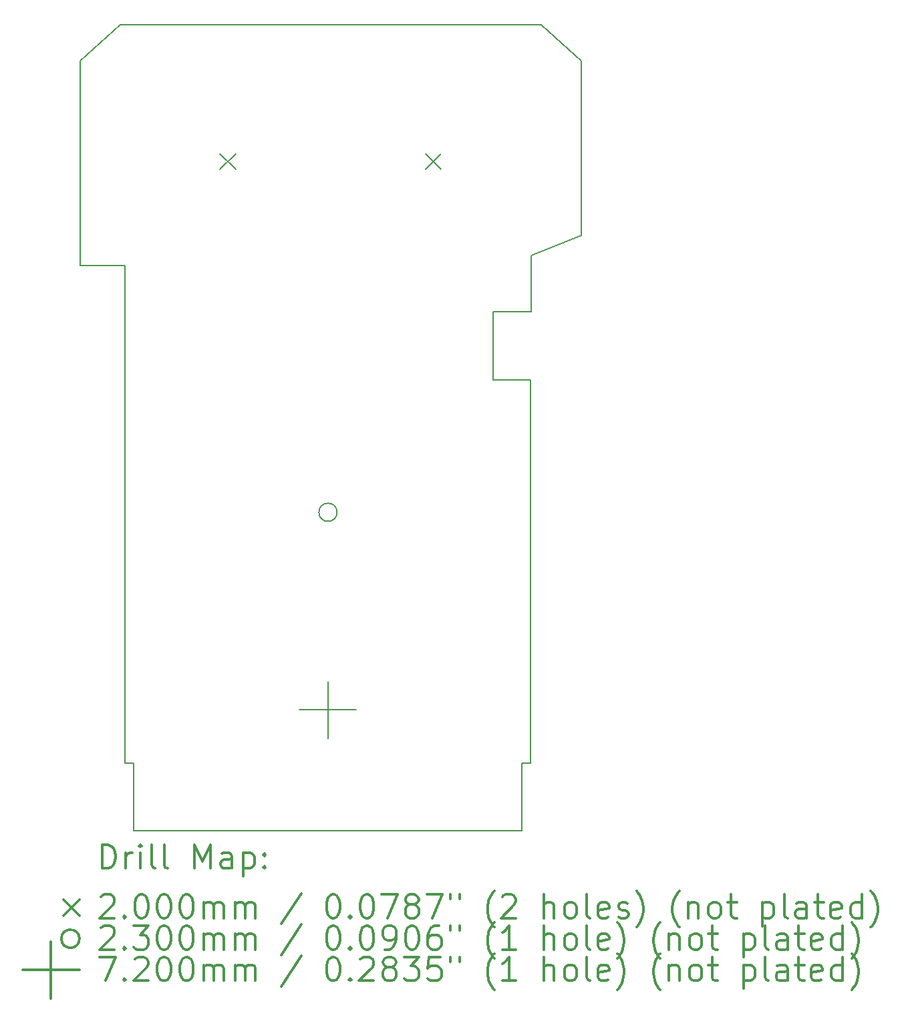
<source format=gbr>
%FSLAX45Y45*%
G04 Gerber Fmt 4.5, Leading zero omitted, Abs format (unit mm)*
G04 Created by KiCad (PCBNEW (5.1.12)-1) date 2023-02-12 18:55:20*
%MOMM*%
%LPD*%
G01*
G04 APERTURE LIST*
%TA.AperFunction,Profile*%
%ADD10C,0.150000*%
%TD*%
%ADD11C,0.200000*%
%ADD12C,0.300000*%
G04 APERTURE END LIST*
D10*
X12090400Y-4292600D02*
X12570000Y-4292600D01*
X12090400Y-3429000D02*
X12090400Y-4292600D01*
X12573000Y-3429000D02*
X12090400Y-3429000D01*
X12573000Y-3429000D02*
X12573000Y-2717800D01*
X7366000Y203200D02*
X6858000Y-254000D01*
X12700000Y203200D02*
X7366000Y203200D01*
X6858000Y-2844800D02*
X7430000Y-2844800D01*
X6858000Y-2463800D02*
X6858000Y-2844800D01*
X6858000Y-254000D02*
X6858000Y-2463800D01*
X13208000Y-254000D02*
X12700000Y203200D01*
X13208000Y-2463800D02*
X13208000Y-254000D01*
X12573000Y-2717800D02*
X13208000Y-2463800D01*
X7430000Y-9140000D02*
X7430000Y-2844800D01*
X7540000Y-9140000D02*
X7430000Y-9140000D01*
X7540000Y-10000000D02*
X7540000Y-9140000D01*
X12570000Y-9140000D02*
X12570000Y-4292600D01*
X12460000Y-9140000D02*
X12570000Y-9140000D01*
X12460000Y-10000000D02*
X12460000Y-9140000D01*
X7540000Y-10000000D02*
X12460000Y-10000000D01*
D11*
X8633000Y-1425800D02*
X8833000Y-1625800D01*
X8833000Y-1425800D02*
X8633000Y-1625800D01*
X11233000Y-1425800D02*
X11433000Y-1625800D01*
X11433000Y-1425800D02*
X11233000Y-1625800D01*
X10115000Y-5965000D02*
G75*
G03*
X10115000Y-5965000I-115000J0D01*
G01*
X10000000Y-8105000D02*
X10000000Y-8825000D01*
X9640000Y-8465000D02*
X10360000Y-8465000D01*
D12*
X7136928Y-10473214D02*
X7136928Y-10173214D01*
X7208357Y-10173214D01*
X7251214Y-10187500D01*
X7279786Y-10216072D01*
X7294071Y-10244643D01*
X7308357Y-10301786D01*
X7308357Y-10344643D01*
X7294071Y-10401786D01*
X7279786Y-10430357D01*
X7251214Y-10458929D01*
X7208357Y-10473214D01*
X7136928Y-10473214D01*
X7436928Y-10473214D02*
X7436928Y-10273214D01*
X7436928Y-10330357D02*
X7451214Y-10301786D01*
X7465500Y-10287500D01*
X7494071Y-10273214D01*
X7522643Y-10273214D01*
X7622643Y-10473214D02*
X7622643Y-10273214D01*
X7622643Y-10173214D02*
X7608357Y-10187500D01*
X7622643Y-10201786D01*
X7636928Y-10187500D01*
X7622643Y-10173214D01*
X7622643Y-10201786D01*
X7808357Y-10473214D02*
X7779786Y-10458929D01*
X7765500Y-10430357D01*
X7765500Y-10173214D01*
X7965500Y-10473214D02*
X7936928Y-10458929D01*
X7922643Y-10430357D01*
X7922643Y-10173214D01*
X8308357Y-10473214D02*
X8308357Y-10173214D01*
X8408357Y-10387500D01*
X8508357Y-10173214D01*
X8508357Y-10473214D01*
X8779786Y-10473214D02*
X8779786Y-10316072D01*
X8765500Y-10287500D01*
X8736928Y-10273214D01*
X8679786Y-10273214D01*
X8651214Y-10287500D01*
X8779786Y-10458929D02*
X8751214Y-10473214D01*
X8679786Y-10473214D01*
X8651214Y-10458929D01*
X8636928Y-10430357D01*
X8636928Y-10401786D01*
X8651214Y-10373214D01*
X8679786Y-10358929D01*
X8751214Y-10358929D01*
X8779786Y-10344643D01*
X8922643Y-10273214D02*
X8922643Y-10573214D01*
X8922643Y-10287500D02*
X8951214Y-10273214D01*
X9008357Y-10273214D01*
X9036928Y-10287500D01*
X9051214Y-10301786D01*
X9065500Y-10330357D01*
X9065500Y-10416072D01*
X9051214Y-10444643D01*
X9036928Y-10458929D01*
X9008357Y-10473214D01*
X8951214Y-10473214D01*
X8922643Y-10458929D01*
X9194071Y-10444643D02*
X9208357Y-10458929D01*
X9194071Y-10473214D01*
X9179786Y-10458929D01*
X9194071Y-10444643D01*
X9194071Y-10473214D01*
X9194071Y-10287500D02*
X9208357Y-10301786D01*
X9194071Y-10316072D01*
X9179786Y-10301786D01*
X9194071Y-10287500D01*
X9194071Y-10316072D01*
X6650500Y-10867500D02*
X6850500Y-11067500D01*
X6850500Y-10867500D02*
X6650500Y-11067500D01*
X7122643Y-10831786D02*
X7136928Y-10817500D01*
X7165500Y-10803214D01*
X7236928Y-10803214D01*
X7265500Y-10817500D01*
X7279786Y-10831786D01*
X7294071Y-10860357D01*
X7294071Y-10888929D01*
X7279786Y-10931786D01*
X7108357Y-11103214D01*
X7294071Y-11103214D01*
X7422643Y-11074643D02*
X7436928Y-11088929D01*
X7422643Y-11103214D01*
X7408357Y-11088929D01*
X7422643Y-11074643D01*
X7422643Y-11103214D01*
X7622643Y-10803214D02*
X7651214Y-10803214D01*
X7679786Y-10817500D01*
X7694071Y-10831786D01*
X7708357Y-10860357D01*
X7722643Y-10917500D01*
X7722643Y-10988929D01*
X7708357Y-11046072D01*
X7694071Y-11074643D01*
X7679786Y-11088929D01*
X7651214Y-11103214D01*
X7622643Y-11103214D01*
X7594071Y-11088929D01*
X7579786Y-11074643D01*
X7565500Y-11046072D01*
X7551214Y-10988929D01*
X7551214Y-10917500D01*
X7565500Y-10860357D01*
X7579786Y-10831786D01*
X7594071Y-10817500D01*
X7622643Y-10803214D01*
X7908357Y-10803214D02*
X7936928Y-10803214D01*
X7965500Y-10817500D01*
X7979786Y-10831786D01*
X7994071Y-10860357D01*
X8008357Y-10917500D01*
X8008357Y-10988929D01*
X7994071Y-11046072D01*
X7979786Y-11074643D01*
X7965500Y-11088929D01*
X7936928Y-11103214D01*
X7908357Y-11103214D01*
X7879786Y-11088929D01*
X7865500Y-11074643D01*
X7851214Y-11046072D01*
X7836928Y-10988929D01*
X7836928Y-10917500D01*
X7851214Y-10860357D01*
X7865500Y-10831786D01*
X7879786Y-10817500D01*
X7908357Y-10803214D01*
X8194071Y-10803214D02*
X8222643Y-10803214D01*
X8251214Y-10817500D01*
X8265500Y-10831786D01*
X8279786Y-10860357D01*
X8294071Y-10917500D01*
X8294071Y-10988929D01*
X8279786Y-11046072D01*
X8265500Y-11074643D01*
X8251214Y-11088929D01*
X8222643Y-11103214D01*
X8194071Y-11103214D01*
X8165500Y-11088929D01*
X8151214Y-11074643D01*
X8136928Y-11046072D01*
X8122643Y-10988929D01*
X8122643Y-10917500D01*
X8136928Y-10860357D01*
X8151214Y-10831786D01*
X8165500Y-10817500D01*
X8194071Y-10803214D01*
X8422643Y-11103214D02*
X8422643Y-10903214D01*
X8422643Y-10931786D02*
X8436928Y-10917500D01*
X8465500Y-10903214D01*
X8508357Y-10903214D01*
X8536928Y-10917500D01*
X8551214Y-10946072D01*
X8551214Y-11103214D01*
X8551214Y-10946072D02*
X8565500Y-10917500D01*
X8594071Y-10903214D01*
X8636928Y-10903214D01*
X8665500Y-10917500D01*
X8679786Y-10946072D01*
X8679786Y-11103214D01*
X8822643Y-11103214D02*
X8822643Y-10903214D01*
X8822643Y-10931786D02*
X8836928Y-10917500D01*
X8865500Y-10903214D01*
X8908357Y-10903214D01*
X8936928Y-10917500D01*
X8951214Y-10946072D01*
X8951214Y-11103214D01*
X8951214Y-10946072D02*
X8965500Y-10917500D01*
X8994071Y-10903214D01*
X9036928Y-10903214D01*
X9065500Y-10917500D01*
X9079786Y-10946072D01*
X9079786Y-11103214D01*
X9665500Y-10788929D02*
X9408357Y-11174643D01*
X10051214Y-10803214D02*
X10079786Y-10803214D01*
X10108357Y-10817500D01*
X10122643Y-10831786D01*
X10136928Y-10860357D01*
X10151214Y-10917500D01*
X10151214Y-10988929D01*
X10136928Y-11046072D01*
X10122643Y-11074643D01*
X10108357Y-11088929D01*
X10079786Y-11103214D01*
X10051214Y-11103214D01*
X10022643Y-11088929D01*
X10008357Y-11074643D01*
X9994071Y-11046072D01*
X9979786Y-10988929D01*
X9979786Y-10917500D01*
X9994071Y-10860357D01*
X10008357Y-10831786D01*
X10022643Y-10817500D01*
X10051214Y-10803214D01*
X10279786Y-11074643D02*
X10294071Y-11088929D01*
X10279786Y-11103214D01*
X10265500Y-11088929D01*
X10279786Y-11074643D01*
X10279786Y-11103214D01*
X10479786Y-10803214D02*
X10508357Y-10803214D01*
X10536928Y-10817500D01*
X10551214Y-10831786D01*
X10565500Y-10860357D01*
X10579786Y-10917500D01*
X10579786Y-10988929D01*
X10565500Y-11046072D01*
X10551214Y-11074643D01*
X10536928Y-11088929D01*
X10508357Y-11103214D01*
X10479786Y-11103214D01*
X10451214Y-11088929D01*
X10436928Y-11074643D01*
X10422643Y-11046072D01*
X10408357Y-10988929D01*
X10408357Y-10917500D01*
X10422643Y-10860357D01*
X10436928Y-10831786D01*
X10451214Y-10817500D01*
X10479786Y-10803214D01*
X10679786Y-10803214D02*
X10879786Y-10803214D01*
X10751214Y-11103214D01*
X11036928Y-10931786D02*
X11008357Y-10917500D01*
X10994071Y-10903214D01*
X10979786Y-10874643D01*
X10979786Y-10860357D01*
X10994071Y-10831786D01*
X11008357Y-10817500D01*
X11036928Y-10803214D01*
X11094071Y-10803214D01*
X11122643Y-10817500D01*
X11136928Y-10831786D01*
X11151214Y-10860357D01*
X11151214Y-10874643D01*
X11136928Y-10903214D01*
X11122643Y-10917500D01*
X11094071Y-10931786D01*
X11036928Y-10931786D01*
X11008357Y-10946072D01*
X10994071Y-10960357D01*
X10979786Y-10988929D01*
X10979786Y-11046072D01*
X10994071Y-11074643D01*
X11008357Y-11088929D01*
X11036928Y-11103214D01*
X11094071Y-11103214D01*
X11122643Y-11088929D01*
X11136928Y-11074643D01*
X11151214Y-11046072D01*
X11151214Y-10988929D01*
X11136928Y-10960357D01*
X11122643Y-10946072D01*
X11094071Y-10931786D01*
X11251214Y-10803214D02*
X11451214Y-10803214D01*
X11322643Y-11103214D01*
X11551214Y-10803214D02*
X11551214Y-10860357D01*
X11665500Y-10803214D02*
X11665500Y-10860357D01*
X12108357Y-11217500D02*
X12094071Y-11203214D01*
X12065500Y-11160357D01*
X12051214Y-11131786D01*
X12036928Y-11088929D01*
X12022643Y-11017500D01*
X12022643Y-10960357D01*
X12036928Y-10888929D01*
X12051214Y-10846072D01*
X12065500Y-10817500D01*
X12094071Y-10774643D01*
X12108357Y-10760357D01*
X12208357Y-10831786D02*
X12222643Y-10817500D01*
X12251214Y-10803214D01*
X12322643Y-10803214D01*
X12351214Y-10817500D01*
X12365500Y-10831786D01*
X12379786Y-10860357D01*
X12379786Y-10888929D01*
X12365500Y-10931786D01*
X12194071Y-11103214D01*
X12379786Y-11103214D01*
X12736928Y-11103214D02*
X12736928Y-10803214D01*
X12865500Y-11103214D02*
X12865500Y-10946072D01*
X12851214Y-10917500D01*
X12822643Y-10903214D01*
X12779786Y-10903214D01*
X12751214Y-10917500D01*
X12736928Y-10931786D01*
X13051214Y-11103214D02*
X13022643Y-11088929D01*
X13008357Y-11074643D01*
X12994071Y-11046072D01*
X12994071Y-10960357D01*
X13008357Y-10931786D01*
X13022643Y-10917500D01*
X13051214Y-10903214D01*
X13094071Y-10903214D01*
X13122643Y-10917500D01*
X13136928Y-10931786D01*
X13151214Y-10960357D01*
X13151214Y-11046072D01*
X13136928Y-11074643D01*
X13122643Y-11088929D01*
X13094071Y-11103214D01*
X13051214Y-11103214D01*
X13322643Y-11103214D02*
X13294071Y-11088929D01*
X13279786Y-11060357D01*
X13279786Y-10803214D01*
X13551214Y-11088929D02*
X13522643Y-11103214D01*
X13465500Y-11103214D01*
X13436928Y-11088929D01*
X13422643Y-11060357D01*
X13422643Y-10946072D01*
X13436928Y-10917500D01*
X13465500Y-10903214D01*
X13522643Y-10903214D01*
X13551214Y-10917500D01*
X13565500Y-10946072D01*
X13565500Y-10974643D01*
X13422643Y-11003214D01*
X13679786Y-11088929D02*
X13708357Y-11103214D01*
X13765500Y-11103214D01*
X13794071Y-11088929D01*
X13808357Y-11060357D01*
X13808357Y-11046072D01*
X13794071Y-11017500D01*
X13765500Y-11003214D01*
X13722643Y-11003214D01*
X13694071Y-10988929D01*
X13679786Y-10960357D01*
X13679786Y-10946072D01*
X13694071Y-10917500D01*
X13722643Y-10903214D01*
X13765500Y-10903214D01*
X13794071Y-10917500D01*
X13908357Y-11217500D02*
X13922643Y-11203214D01*
X13951214Y-11160357D01*
X13965500Y-11131786D01*
X13979786Y-11088929D01*
X13994071Y-11017500D01*
X13994071Y-10960357D01*
X13979786Y-10888929D01*
X13965500Y-10846072D01*
X13951214Y-10817500D01*
X13922643Y-10774643D01*
X13908357Y-10760357D01*
X14451214Y-11217500D02*
X14436928Y-11203214D01*
X14408357Y-11160357D01*
X14394071Y-11131786D01*
X14379786Y-11088929D01*
X14365500Y-11017500D01*
X14365500Y-10960357D01*
X14379786Y-10888929D01*
X14394071Y-10846072D01*
X14408357Y-10817500D01*
X14436928Y-10774643D01*
X14451214Y-10760357D01*
X14565500Y-10903214D02*
X14565500Y-11103214D01*
X14565500Y-10931786D02*
X14579786Y-10917500D01*
X14608357Y-10903214D01*
X14651214Y-10903214D01*
X14679786Y-10917500D01*
X14694071Y-10946072D01*
X14694071Y-11103214D01*
X14879786Y-11103214D02*
X14851214Y-11088929D01*
X14836928Y-11074643D01*
X14822643Y-11046072D01*
X14822643Y-10960357D01*
X14836928Y-10931786D01*
X14851214Y-10917500D01*
X14879786Y-10903214D01*
X14922643Y-10903214D01*
X14951214Y-10917500D01*
X14965500Y-10931786D01*
X14979786Y-10960357D01*
X14979786Y-11046072D01*
X14965500Y-11074643D01*
X14951214Y-11088929D01*
X14922643Y-11103214D01*
X14879786Y-11103214D01*
X15065500Y-10903214D02*
X15179786Y-10903214D01*
X15108357Y-10803214D02*
X15108357Y-11060357D01*
X15122643Y-11088929D01*
X15151214Y-11103214D01*
X15179786Y-11103214D01*
X15508357Y-10903214D02*
X15508357Y-11203214D01*
X15508357Y-10917500D02*
X15536928Y-10903214D01*
X15594071Y-10903214D01*
X15622643Y-10917500D01*
X15636928Y-10931786D01*
X15651214Y-10960357D01*
X15651214Y-11046072D01*
X15636928Y-11074643D01*
X15622643Y-11088929D01*
X15594071Y-11103214D01*
X15536928Y-11103214D01*
X15508357Y-11088929D01*
X15822643Y-11103214D02*
X15794071Y-11088929D01*
X15779786Y-11060357D01*
X15779786Y-10803214D01*
X16065500Y-11103214D02*
X16065500Y-10946072D01*
X16051214Y-10917500D01*
X16022643Y-10903214D01*
X15965500Y-10903214D01*
X15936928Y-10917500D01*
X16065500Y-11088929D02*
X16036928Y-11103214D01*
X15965500Y-11103214D01*
X15936928Y-11088929D01*
X15922643Y-11060357D01*
X15922643Y-11031786D01*
X15936928Y-11003214D01*
X15965500Y-10988929D01*
X16036928Y-10988929D01*
X16065500Y-10974643D01*
X16165500Y-10903214D02*
X16279786Y-10903214D01*
X16208357Y-10803214D02*
X16208357Y-11060357D01*
X16222643Y-11088929D01*
X16251214Y-11103214D01*
X16279786Y-11103214D01*
X16494071Y-11088929D02*
X16465500Y-11103214D01*
X16408357Y-11103214D01*
X16379786Y-11088929D01*
X16365500Y-11060357D01*
X16365500Y-10946072D01*
X16379786Y-10917500D01*
X16408357Y-10903214D01*
X16465500Y-10903214D01*
X16494071Y-10917500D01*
X16508357Y-10946072D01*
X16508357Y-10974643D01*
X16365500Y-11003214D01*
X16765500Y-11103214D02*
X16765500Y-10803214D01*
X16765500Y-11088929D02*
X16736928Y-11103214D01*
X16679786Y-11103214D01*
X16651214Y-11088929D01*
X16636928Y-11074643D01*
X16622643Y-11046072D01*
X16622643Y-10960357D01*
X16636928Y-10931786D01*
X16651214Y-10917500D01*
X16679786Y-10903214D01*
X16736928Y-10903214D01*
X16765500Y-10917500D01*
X16879786Y-11217500D02*
X16894071Y-11203214D01*
X16922643Y-11160357D01*
X16936928Y-11131786D01*
X16951214Y-11088929D01*
X16965500Y-11017500D01*
X16965500Y-10960357D01*
X16951214Y-10888929D01*
X16936928Y-10846072D01*
X16922643Y-10817500D01*
X16894071Y-10774643D01*
X16879786Y-10760357D01*
X6850500Y-11363500D02*
G75*
G03*
X6850500Y-11363500I-115000J0D01*
G01*
X7122643Y-11227786D02*
X7136928Y-11213500D01*
X7165500Y-11199214D01*
X7236928Y-11199214D01*
X7265500Y-11213500D01*
X7279786Y-11227786D01*
X7294071Y-11256357D01*
X7294071Y-11284929D01*
X7279786Y-11327786D01*
X7108357Y-11499214D01*
X7294071Y-11499214D01*
X7422643Y-11470643D02*
X7436928Y-11484929D01*
X7422643Y-11499214D01*
X7408357Y-11484929D01*
X7422643Y-11470643D01*
X7422643Y-11499214D01*
X7536928Y-11199214D02*
X7722643Y-11199214D01*
X7622643Y-11313500D01*
X7665500Y-11313500D01*
X7694071Y-11327786D01*
X7708357Y-11342071D01*
X7722643Y-11370643D01*
X7722643Y-11442071D01*
X7708357Y-11470643D01*
X7694071Y-11484929D01*
X7665500Y-11499214D01*
X7579786Y-11499214D01*
X7551214Y-11484929D01*
X7536928Y-11470643D01*
X7908357Y-11199214D02*
X7936928Y-11199214D01*
X7965500Y-11213500D01*
X7979786Y-11227786D01*
X7994071Y-11256357D01*
X8008357Y-11313500D01*
X8008357Y-11384929D01*
X7994071Y-11442071D01*
X7979786Y-11470643D01*
X7965500Y-11484929D01*
X7936928Y-11499214D01*
X7908357Y-11499214D01*
X7879786Y-11484929D01*
X7865500Y-11470643D01*
X7851214Y-11442071D01*
X7836928Y-11384929D01*
X7836928Y-11313500D01*
X7851214Y-11256357D01*
X7865500Y-11227786D01*
X7879786Y-11213500D01*
X7908357Y-11199214D01*
X8194071Y-11199214D02*
X8222643Y-11199214D01*
X8251214Y-11213500D01*
X8265500Y-11227786D01*
X8279786Y-11256357D01*
X8294071Y-11313500D01*
X8294071Y-11384929D01*
X8279786Y-11442071D01*
X8265500Y-11470643D01*
X8251214Y-11484929D01*
X8222643Y-11499214D01*
X8194071Y-11499214D01*
X8165500Y-11484929D01*
X8151214Y-11470643D01*
X8136928Y-11442071D01*
X8122643Y-11384929D01*
X8122643Y-11313500D01*
X8136928Y-11256357D01*
X8151214Y-11227786D01*
X8165500Y-11213500D01*
X8194071Y-11199214D01*
X8422643Y-11499214D02*
X8422643Y-11299214D01*
X8422643Y-11327786D02*
X8436928Y-11313500D01*
X8465500Y-11299214D01*
X8508357Y-11299214D01*
X8536928Y-11313500D01*
X8551214Y-11342071D01*
X8551214Y-11499214D01*
X8551214Y-11342071D02*
X8565500Y-11313500D01*
X8594071Y-11299214D01*
X8636928Y-11299214D01*
X8665500Y-11313500D01*
X8679786Y-11342071D01*
X8679786Y-11499214D01*
X8822643Y-11499214D02*
X8822643Y-11299214D01*
X8822643Y-11327786D02*
X8836928Y-11313500D01*
X8865500Y-11299214D01*
X8908357Y-11299214D01*
X8936928Y-11313500D01*
X8951214Y-11342071D01*
X8951214Y-11499214D01*
X8951214Y-11342071D02*
X8965500Y-11313500D01*
X8994071Y-11299214D01*
X9036928Y-11299214D01*
X9065500Y-11313500D01*
X9079786Y-11342071D01*
X9079786Y-11499214D01*
X9665500Y-11184929D02*
X9408357Y-11570643D01*
X10051214Y-11199214D02*
X10079786Y-11199214D01*
X10108357Y-11213500D01*
X10122643Y-11227786D01*
X10136928Y-11256357D01*
X10151214Y-11313500D01*
X10151214Y-11384929D01*
X10136928Y-11442071D01*
X10122643Y-11470643D01*
X10108357Y-11484929D01*
X10079786Y-11499214D01*
X10051214Y-11499214D01*
X10022643Y-11484929D01*
X10008357Y-11470643D01*
X9994071Y-11442071D01*
X9979786Y-11384929D01*
X9979786Y-11313500D01*
X9994071Y-11256357D01*
X10008357Y-11227786D01*
X10022643Y-11213500D01*
X10051214Y-11199214D01*
X10279786Y-11470643D02*
X10294071Y-11484929D01*
X10279786Y-11499214D01*
X10265500Y-11484929D01*
X10279786Y-11470643D01*
X10279786Y-11499214D01*
X10479786Y-11199214D02*
X10508357Y-11199214D01*
X10536928Y-11213500D01*
X10551214Y-11227786D01*
X10565500Y-11256357D01*
X10579786Y-11313500D01*
X10579786Y-11384929D01*
X10565500Y-11442071D01*
X10551214Y-11470643D01*
X10536928Y-11484929D01*
X10508357Y-11499214D01*
X10479786Y-11499214D01*
X10451214Y-11484929D01*
X10436928Y-11470643D01*
X10422643Y-11442071D01*
X10408357Y-11384929D01*
X10408357Y-11313500D01*
X10422643Y-11256357D01*
X10436928Y-11227786D01*
X10451214Y-11213500D01*
X10479786Y-11199214D01*
X10722643Y-11499214D02*
X10779786Y-11499214D01*
X10808357Y-11484929D01*
X10822643Y-11470643D01*
X10851214Y-11427786D01*
X10865500Y-11370643D01*
X10865500Y-11256357D01*
X10851214Y-11227786D01*
X10836928Y-11213500D01*
X10808357Y-11199214D01*
X10751214Y-11199214D01*
X10722643Y-11213500D01*
X10708357Y-11227786D01*
X10694071Y-11256357D01*
X10694071Y-11327786D01*
X10708357Y-11356357D01*
X10722643Y-11370643D01*
X10751214Y-11384929D01*
X10808357Y-11384929D01*
X10836928Y-11370643D01*
X10851214Y-11356357D01*
X10865500Y-11327786D01*
X11051214Y-11199214D02*
X11079786Y-11199214D01*
X11108357Y-11213500D01*
X11122643Y-11227786D01*
X11136928Y-11256357D01*
X11151214Y-11313500D01*
X11151214Y-11384929D01*
X11136928Y-11442071D01*
X11122643Y-11470643D01*
X11108357Y-11484929D01*
X11079786Y-11499214D01*
X11051214Y-11499214D01*
X11022643Y-11484929D01*
X11008357Y-11470643D01*
X10994071Y-11442071D01*
X10979786Y-11384929D01*
X10979786Y-11313500D01*
X10994071Y-11256357D01*
X11008357Y-11227786D01*
X11022643Y-11213500D01*
X11051214Y-11199214D01*
X11408357Y-11199214D02*
X11351214Y-11199214D01*
X11322643Y-11213500D01*
X11308357Y-11227786D01*
X11279786Y-11270643D01*
X11265500Y-11327786D01*
X11265500Y-11442071D01*
X11279786Y-11470643D01*
X11294071Y-11484929D01*
X11322643Y-11499214D01*
X11379786Y-11499214D01*
X11408357Y-11484929D01*
X11422643Y-11470643D01*
X11436928Y-11442071D01*
X11436928Y-11370643D01*
X11422643Y-11342071D01*
X11408357Y-11327786D01*
X11379786Y-11313500D01*
X11322643Y-11313500D01*
X11294071Y-11327786D01*
X11279786Y-11342071D01*
X11265500Y-11370643D01*
X11551214Y-11199214D02*
X11551214Y-11256357D01*
X11665500Y-11199214D02*
X11665500Y-11256357D01*
X12108357Y-11613500D02*
X12094071Y-11599214D01*
X12065500Y-11556357D01*
X12051214Y-11527786D01*
X12036928Y-11484929D01*
X12022643Y-11413500D01*
X12022643Y-11356357D01*
X12036928Y-11284929D01*
X12051214Y-11242071D01*
X12065500Y-11213500D01*
X12094071Y-11170643D01*
X12108357Y-11156357D01*
X12379786Y-11499214D02*
X12208357Y-11499214D01*
X12294071Y-11499214D02*
X12294071Y-11199214D01*
X12265500Y-11242071D01*
X12236928Y-11270643D01*
X12208357Y-11284929D01*
X12736928Y-11499214D02*
X12736928Y-11199214D01*
X12865500Y-11499214D02*
X12865500Y-11342071D01*
X12851214Y-11313500D01*
X12822643Y-11299214D01*
X12779786Y-11299214D01*
X12751214Y-11313500D01*
X12736928Y-11327786D01*
X13051214Y-11499214D02*
X13022643Y-11484929D01*
X13008357Y-11470643D01*
X12994071Y-11442071D01*
X12994071Y-11356357D01*
X13008357Y-11327786D01*
X13022643Y-11313500D01*
X13051214Y-11299214D01*
X13094071Y-11299214D01*
X13122643Y-11313500D01*
X13136928Y-11327786D01*
X13151214Y-11356357D01*
X13151214Y-11442071D01*
X13136928Y-11470643D01*
X13122643Y-11484929D01*
X13094071Y-11499214D01*
X13051214Y-11499214D01*
X13322643Y-11499214D02*
X13294071Y-11484929D01*
X13279786Y-11456357D01*
X13279786Y-11199214D01*
X13551214Y-11484929D02*
X13522643Y-11499214D01*
X13465500Y-11499214D01*
X13436928Y-11484929D01*
X13422643Y-11456357D01*
X13422643Y-11342071D01*
X13436928Y-11313500D01*
X13465500Y-11299214D01*
X13522643Y-11299214D01*
X13551214Y-11313500D01*
X13565500Y-11342071D01*
X13565500Y-11370643D01*
X13422643Y-11399214D01*
X13665500Y-11613500D02*
X13679786Y-11599214D01*
X13708357Y-11556357D01*
X13722643Y-11527786D01*
X13736928Y-11484929D01*
X13751214Y-11413500D01*
X13751214Y-11356357D01*
X13736928Y-11284929D01*
X13722643Y-11242071D01*
X13708357Y-11213500D01*
X13679786Y-11170643D01*
X13665500Y-11156357D01*
X14208357Y-11613500D02*
X14194071Y-11599214D01*
X14165500Y-11556357D01*
X14151214Y-11527786D01*
X14136928Y-11484929D01*
X14122643Y-11413500D01*
X14122643Y-11356357D01*
X14136928Y-11284929D01*
X14151214Y-11242071D01*
X14165500Y-11213500D01*
X14194071Y-11170643D01*
X14208357Y-11156357D01*
X14322643Y-11299214D02*
X14322643Y-11499214D01*
X14322643Y-11327786D02*
X14336928Y-11313500D01*
X14365500Y-11299214D01*
X14408357Y-11299214D01*
X14436928Y-11313500D01*
X14451214Y-11342071D01*
X14451214Y-11499214D01*
X14636928Y-11499214D02*
X14608357Y-11484929D01*
X14594071Y-11470643D01*
X14579786Y-11442071D01*
X14579786Y-11356357D01*
X14594071Y-11327786D01*
X14608357Y-11313500D01*
X14636928Y-11299214D01*
X14679786Y-11299214D01*
X14708357Y-11313500D01*
X14722643Y-11327786D01*
X14736928Y-11356357D01*
X14736928Y-11442071D01*
X14722643Y-11470643D01*
X14708357Y-11484929D01*
X14679786Y-11499214D01*
X14636928Y-11499214D01*
X14822643Y-11299214D02*
X14936928Y-11299214D01*
X14865500Y-11199214D02*
X14865500Y-11456357D01*
X14879786Y-11484929D01*
X14908357Y-11499214D01*
X14936928Y-11499214D01*
X15265500Y-11299214D02*
X15265500Y-11599214D01*
X15265500Y-11313500D02*
X15294071Y-11299214D01*
X15351214Y-11299214D01*
X15379786Y-11313500D01*
X15394071Y-11327786D01*
X15408357Y-11356357D01*
X15408357Y-11442071D01*
X15394071Y-11470643D01*
X15379786Y-11484929D01*
X15351214Y-11499214D01*
X15294071Y-11499214D01*
X15265500Y-11484929D01*
X15579786Y-11499214D02*
X15551214Y-11484929D01*
X15536928Y-11456357D01*
X15536928Y-11199214D01*
X15822643Y-11499214D02*
X15822643Y-11342071D01*
X15808357Y-11313500D01*
X15779786Y-11299214D01*
X15722643Y-11299214D01*
X15694071Y-11313500D01*
X15822643Y-11484929D02*
X15794071Y-11499214D01*
X15722643Y-11499214D01*
X15694071Y-11484929D01*
X15679786Y-11456357D01*
X15679786Y-11427786D01*
X15694071Y-11399214D01*
X15722643Y-11384929D01*
X15794071Y-11384929D01*
X15822643Y-11370643D01*
X15922643Y-11299214D02*
X16036928Y-11299214D01*
X15965500Y-11199214D02*
X15965500Y-11456357D01*
X15979786Y-11484929D01*
X16008357Y-11499214D01*
X16036928Y-11499214D01*
X16251214Y-11484929D02*
X16222643Y-11499214D01*
X16165500Y-11499214D01*
X16136928Y-11484929D01*
X16122643Y-11456357D01*
X16122643Y-11342071D01*
X16136928Y-11313500D01*
X16165500Y-11299214D01*
X16222643Y-11299214D01*
X16251214Y-11313500D01*
X16265500Y-11342071D01*
X16265500Y-11370643D01*
X16122643Y-11399214D01*
X16522643Y-11499214D02*
X16522643Y-11199214D01*
X16522643Y-11484929D02*
X16494071Y-11499214D01*
X16436928Y-11499214D01*
X16408357Y-11484929D01*
X16394071Y-11470643D01*
X16379786Y-11442071D01*
X16379786Y-11356357D01*
X16394071Y-11327786D01*
X16408357Y-11313500D01*
X16436928Y-11299214D01*
X16494071Y-11299214D01*
X16522643Y-11313500D01*
X16636928Y-11613500D02*
X16651214Y-11599214D01*
X16679786Y-11556357D01*
X16694071Y-11527786D01*
X16708357Y-11484929D01*
X16722643Y-11413500D01*
X16722643Y-11356357D01*
X16708357Y-11284929D01*
X16694071Y-11242071D01*
X16679786Y-11213500D01*
X16651214Y-11170643D01*
X16636928Y-11156357D01*
X6490500Y-11399500D02*
X6490500Y-12119500D01*
X6130500Y-11759500D02*
X6850500Y-11759500D01*
X7108357Y-11595214D02*
X7308357Y-11595214D01*
X7179786Y-11895214D01*
X7422643Y-11866643D02*
X7436928Y-11880929D01*
X7422643Y-11895214D01*
X7408357Y-11880929D01*
X7422643Y-11866643D01*
X7422643Y-11895214D01*
X7551214Y-11623786D02*
X7565500Y-11609500D01*
X7594071Y-11595214D01*
X7665500Y-11595214D01*
X7694071Y-11609500D01*
X7708357Y-11623786D01*
X7722643Y-11652357D01*
X7722643Y-11680929D01*
X7708357Y-11723786D01*
X7536928Y-11895214D01*
X7722643Y-11895214D01*
X7908357Y-11595214D02*
X7936928Y-11595214D01*
X7965500Y-11609500D01*
X7979786Y-11623786D01*
X7994071Y-11652357D01*
X8008357Y-11709500D01*
X8008357Y-11780929D01*
X7994071Y-11838071D01*
X7979786Y-11866643D01*
X7965500Y-11880929D01*
X7936928Y-11895214D01*
X7908357Y-11895214D01*
X7879786Y-11880929D01*
X7865500Y-11866643D01*
X7851214Y-11838071D01*
X7836928Y-11780929D01*
X7836928Y-11709500D01*
X7851214Y-11652357D01*
X7865500Y-11623786D01*
X7879786Y-11609500D01*
X7908357Y-11595214D01*
X8194071Y-11595214D02*
X8222643Y-11595214D01*
X8251214Y-11609500D01*
X8265500Y-11623786D01*
X8279786Y-11652357D01*
X8294071Y-11709500D01*
X8294071Y-11780929D01*
X8279786Y-11838071D01*
X8265500Y-11866643D01*
X8251214Y-11880929D01*
X8222643Y-11895214D01*
X8194071Y-11895214D01*
X8165500Y-11880929D01*
X8151214Y-11866643D01*
X8136928Y-11838071D01*
X8122643Y-11780929D01*
X8122643Y-11709500D01*
X8136928Y-11652357D01*
X8151214Y-11623786D01*
X8165500Y-11609500D01*
X8194071Y-11595214D01*
X8422643Y-11895214D02*
X8422643Y-11695214D01*
X8422643Y-11723786D02*
X8436928Y-11709500D01*
X8465500Y-11695214D01*
X8508357Y-11695214D01*
X8536928Y-11709500D01*
X8551214Y-11738071D01*
X8551214Y-11895214D01*
X8551214Y-11738071D02*
X8565500Y-11709500D01*
X8594071Y-11695214D01*
X8636928Y-11695214D01*
X8665500Y-11709500D01*
X8679786Y-11738071D01*
X8679786Y-11895214D01*
X8822643Y-11895214D02*
X8822643Y-11695214D01*
X8822643Y-11723786D02*
X8836928Y-11709500D01*
X8865500Y-11695214D01*
X8908357Y-11695214D01*
X8936928Y-11709500D01*
X8951214Y-11738071D01*
X8951214Y-11895214D01*
X8951214Y-11738071D02*
X8965500Y-11709500D01*
X8994071Y-11695214D01*
X9036928Y-11695214D01*
X9065500Y-11709500D01*
X9079786Y-11738071D01*
X9079786Y-11895214D01*
X9665500Y-11580929D02*
X9408357Y-11966643D01*
X10051214Y-11595214D02*
X10079786Y-11595214D01*
X10108357Y-11609500D01*
X10122643Y-11623786D01*
X10136928Y-11652357D01*
X10151214Y-11709500D01*
X10151214Y-11780929D01*
X10136928Y-11838071D01*
X10122643Y-11866643D01*
X10108357Y-11880929D01*
X10079786Y-11895214D01*
X10051214Y-11895214D01*
X10022643Y-11880929D01*
X10008357Y-11866643D01*
X9994071Y-11838071D01*
X9979786Y-11780929D01*
X9979786Y-11709500D01*
X9994071Y-11652357D01*
X10008357Y-11623786D01*
X10022643Y-11609500D01*
X10051214Y-11595214D01*
X10279786Y-11866643D02*
X10294071Y-11880929D01*
X10279786Y-11895214D01*
X10265500Y-11880929D01*
X10279786Y-11866643D01*
X10279786Y-11895214D01*
X10408357Y-11623786D02*
X10422643Y-11609500D01*
X10451214Y-11595214D01*
X10522643Y-11595214D01*
X10551214Y-11609500D01*
X10565500Y-11623786D01*
X10579786Y-11652357D01*
X10579786Y-11680929D01*
X10565500Y-11723786D01*
X10394071Y-11895214D01*
X10579786Y-11895214D01*
X10751214Y-11723786D02*
X10722643Y-11709500D01*
X10708357Y-11695214D01*
X10694071Y-11666643D01*
X10694071Y-11652357D01*
X10708357Y-11623786D01*
X10722643Y-11609500D01*
X10751214Y-11595214D01*
X10808357Y-11595214D01*
X10836928Y-11609500D01*
X10851214Y-11623786D01*
X10865500Y-11652357D01*
X10865500Y-11666643D01*
X10851214Y-11695214D01*
X10836928Y-11709500D01*
X10808357Y-11723786D01*
X10751214Y-11723786D01*
X10722643Y-11738071D01*
X10708357Y-11752357D01*
X10694071Y-11780929D01*
X10694071Y-11838071D01*
X10708357Y-11866643D01*
X10722643Y-11880929D01*
X10751214Y-11895214D01*
X10808357Y-11895214D01*
X10836928Y-11880929D01*
X10851214Y-11866643D01*
X10865500Y-11838071D01*
X10865500Y-11780929D01*
X10851214Y-11752357D01*
X10836928Y-11738071D01*
X10808357Y-11723786D01*
X10965500Y-11595214D02*
X11151214Y-11595214D01*
X11051214Y-11709500D01*
X11094071Y-11709500D01*
X11122643Y-11723786D01*
X11136928Y-11738071D01*
X11151214Y-11766643D01*
X11151214Y-11838071D01*
X11136928Y-11866643D01*
X11122643Y-11880929D01*
X11094071Y-11895214D01*
X11008357Y-11895214D01*
X10979786Y-11880929D01*
X10965500Y-11866643D01*
X11422643Y-11595214D02*
X11279786Y-11595214D01*
X11265500Y-11738071D01*
X11279786Y-11723786D01*
X11308357Y-11709500D01*
X11379786Y-11709500D01*
X11408357Y-11723786D01*
X11422643Y-11738071D01*
X11436928Y-11766643D01*
X11436928Y-11838071D01*
X11422643Y-11866643D01*
X11408357Y-11880929D01*
X11379786Y-11895214D01*
X11308357Y-11895214D01*
X11279786Y-11880929D01*
X11265500Y-11866643D01*
X11551214Y-11595214D02*
X11551214Y-11652357D01*
X11665500Y-11595214D02*
X11665500Y-11652357D01*
X12108357Y-12009500D02*
X12094071Y-11995214D01*
X12065500Y-11952357D01*
X12051214Y-11923786D01*
X12036928Y-11880929D01*
X12022643Y-11809500D01*
X12022643Y-11752357D01*
X12036928Y-11680929D01*
X12051214Y-11638071D01*
X12065500Y-11609500D01*
X12094071Y-11566643D01*
X12108357Y-11552357D01*
X12379786Y-11895214D02*
X12208357Y-11895214D01*
X12294071Y-11895214D02*
X12294071Y-11595214D01*
X12265500Y-11638071D01*
X12236928Y-11666643D01*
X12208357Y-11680929D01*
X12736928Y-11895214D02*
X12736928Y-11595214D01*
X12865500Y-11895214D02*
X12865500Y-11738071D01*
X12851214Y-11709500D01*
X12822643Y-11695214D01*
X12779786Y-11695214D01*
X12751214Y-11709500D01*
X12736928Y-11723786D01*
X13051214Y-11895214D02*
X13022643Y-11880929D01*
X13008357Y-11866643D01*
X12994071Y-11838071D01*
X12994071Y-11752357D01*
X13008357Y-11723786D01*
X13022643Y-11709500D01*
X13051214Y-11695214D01*
X13094071Y-11695214D01*
X13122643Y-11709500D01*
X13136928Y-11723786D01*
X13151214Y-11752357D01*
X13151214Y-11838071D01*
X13136928Y-11866643D01*
X13122643Y-11880929D01*
X13094071Y-11895214D01*
X13051214Y-11895214D01*
X13322643Y-11895214D02*
X13294071Y-11880929D01*
X13279786Y-11852357D01*
X13279786Y-11595214D01*
X13551214Y-11880929D02*
X13522643Y-11895214D01*
X13465500Y-11895214D01*
X13436928Y-11880929D01*
X13422643Y-11852357D01*
X13422643Y-11738071D01*
X13436928Y-11709500D01*
X13465500Y-11695214D01*
X13522643Y-11695214D01*
X13551214Y-11709500D01*
X13565500Y-11738071D01*
X13565500Y-11766643D01*
X13422643Y-11795214D01*
X13665500Y-12009500D02*
X13679786Y-11995214D01*
X13708357Y-11952357D01*
X13722643Y-11923786D01*
X13736928Y-11880929D01*
X13751214Y-11809500D01*
X13751214Y-11752357D01*
X13736928Y-11680929D01*
X13722643Y-11638071D01*
X13708357Y-11609500D01*
X13679786Y-11566643D01*
X13665500Y-11552357D01*
X14208357Y-12009500D02*
X14194071Y-11995214D01*
X14165500Y-11952357D01*
X14151214Y-11923786D01*
X14136928Y-11880929D01*
X14122643Y-11809500D01*
X14122643Y-11752357D01*
X14136928Y-11680929D01*
X14151214Y-11638071D01*
X14165500Y-11609500D01*
X14194071Y-11566643D01*
X14208357Y-11552357D01*
X14322643Y-11695214D02*
X14322643Y-11895214D01*
X14322643Y-11723786D02*
X14336928Y-11709500D01*
X14365500Y-11695214D01*
X14408357Y-11695214D01*
X14436928Y-11709500D01*
X14451214Y-11738071D01*
X14451214Y-11895214D01*
X14636928Y-11895214D02*
X14608357Y-11880929D01*
X14594071Y-11866643D01*
X14579786Y-11838071D01*
X14579786Y-11752357D01*
X14594071Y-11723786D01*
X14608357Y-11709500D01*
X14636928Y-11695214D01*
X14679786Y-11695214D01*
X14708357Y-11709500D01*
X14722643Y-11723786D01*
X14736928Y-11752357D01*
X14736928Y-11838071D01*
X14722643Y-11866643D01*
X14708357Y-11880929D01*
X14679786Y-11895214D01*
X14636928Y-11895214D01*
X14822643Y-11695214D02*
X14936928Y-11695214D01*
X14865500Y-11595214D02*
X14865500Y-11852357D01*
X14879786Y-11880929D01*
X14908357Y-11895214D01*
X14936928Y-11895214D01*
X15265500Y-11695214D02*
X15265500Y-11995214D01*
X15265500Y-11709500D02*
X15294071Y-11695214D01*
X15351214Y-11695214D01*
X15379786Y-11709500D01*
X15394071Y-11723786D01*
X15408357Y-11752357D01*
X15408357Y-11838071D01*
X15394071Y-11866643D01*
X15379786Y-11880929D01*
X15351214Y-11895214D01*
X15294071Y-11895214D01*
X15265500Y-11880929D01*
X15579786Y-11895214D02*
X15551214Y-11880929D01*
X15536928Y-11852357D01*
X15536928Y-11595214D01*
X15822643Y-11895214D02*
X15822643Y-11738071D01*
X15808357Y-11709500D01*
X15779786Y-11695214D01*
X15722643Y-11695214D01*
X15694071Y-11709500D01*
X15822643Y-11880929D02*
X15794071Y-11895214D01*
X15722643Y-11895214D01*
X15694071Y-11880929D01*
X15679786Y-11852357D01*
X15679786Y-11823786D01*
X15694071Y-11795214D01*
X15722643Y-11780929D01*
X15794071Y-11780929D01*
X15822643Y-11766643D01*
X15922643Y-11695214D02*
X16036928Y-11695214D01*
X15965500Y-11595214D02*
X15965500Y-11852357D01*
X15979786Y-11880929D01*
X16008357Y-11895214D01*
X16036928Y-11895214D01*
X16251214Y-11880929D02*
X16222643Y-11895214D01*
X16165500Y-11895214D01*
X16136928Y-11880929D01*
X16122643Y-11852357D01*
X16122643Y-11738071D01*
X16136928Y-11709500D01*
X16165500Y-11695214D01*
X16222643Y-11695214D01*
X16251214Y-11709500D01*
X16265500Y-11738071D01*
X16265500Y-11766643D01*
X16122643Y-11795214D01*
X16522643Y-11895214D02*
X16522643Y-11595214D01*
X16522643Y-11880929D02*
X16494071Y-11895214D01*
X16436928Y-11895214D01*
X16408357Y-11880929D01*
X16394071Y-11866643D01*
X16379786Y-11838071D01*
X16379786Y-11752357D01*
X16394071Y-11723786D01*
X16408357Y-11709500D01*
X16436928Y-11695214D01*
X16494071Y-11695214D01*
X16522643Y-11709500D01*
X16636928Y-12009500D02*
X16651214Y-11995214D01*
X16679786Y-11952357D01*
X16694071Y-11923786D01*
X16708357Y-11880929D01*
X16722643Y-11809500D01*
X16722643Y-11752357D01*
X16708357Y-11680929D01*
X16694071Y-11638071D01*
X16679786Y-11609500D01*
X16651214Y-11566643D01*
X16636928Y-11552357D01*
M02*

</source>
